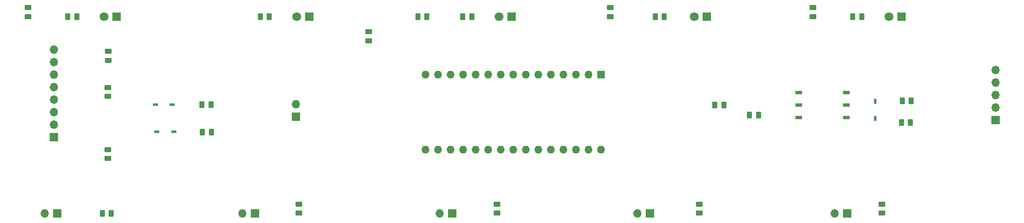
<source format=gts>
%TF.GenerationSoftware,KiCad,Pcbnew,(6.0.0-0)*%
%TF.CreationDate,2024-09-02T12:42:36-04:00*%
%TF.ProjectId,HappySwitchV3,48617070-7953-4776-9974-636856332e6b,rev?*%
%TF.SameCoordinates,Original*%
%TF.FileFunction,Soldermask,Top*%
%TF.FilePolarity,Negative*%
%FSLAX46Y46*%
G04 Gerber Fmt 4.6, Leading zero omitted, Abs format (unit mm)*
G04 Created by KiCad (PCBNEW (6.0.0-0)) date 2024-09-02 12:42:36*
%MOMM*%
%LPD*%
G01*
G04 APERTURE LIST*
G04 Aperture macros list*
%AMRoundRect*
0 Rectangle with rounded corners*
0 $1 Rounding radius*
0 $2 $3 $4 $5 $6 $7 $8 $9 X,Y pos of 4 corners*
0 Add a 4 corners polygon primitive as box body*
4,1,4,$2,$3,$4,$5,$6,$7,$8,$9,$2,$3,0*
0 Add four circle primitives for the rounded corners*
1,1,$1+$1,$2,$3*
1,1,$1+$1,$4,$5*
1,1,$1+$1,$6,$7*
1,1,$1+$1,$8,$9*
0 Add four rect primitives between the rounded corners*
20,1,$1+$1,$2,$3,$4,$5,0*
20,1,$1+$1,$4,$5,$6,$7,0*
20,1,$1+$1,$6,$7,$8,$9,0*
20,1,$1+$1,$8,$9,$2,$3,0*%
G04 Aperture macros list end*
%ADD10R,1.700000X1.700000*%
%ADD11O,1.700000X1.700000*%
%ADD12R,1.600000X1.600000*%
%ADD13O,1.600000X1.600000*%
%ADD14R,1.800000X1.800000*%
%ADD15C,1.800000*%
%ADD16RoundRect,0.250000X0.450000X-0.262500X0.450000X0.262500X-0.450000X0.262500X-0.450000X-0.262500X0*%
%ADD17R,0.600800X1.111200*%
%ADD18R,1.111200X0.600800*%
%ADD19RoundRect,0.250000X-0.262500X-0.450000X0.262500X-0.450000X0.262500X0.450000X-0.262500X0.450000X0*%
%ADD20RoundRect,0.250000X0.262500X0.450000X-0.262500X0.450000X-0.262500X-0.450000X0.262500X-0.450000X0*%
%ADD21RoundRect,0.250000X-0.450000X0.262500X-0.450000X-0.262500X0.450000X-0.262500X0.450000X0.262500X0*%
%ADD22R,1.320800X0.660400*%
G04 APERTURE END LIST*
D10*
%TO.C,REF\u002A\u002A*%
X115325000Y-79350000D03*
D11*
X115325000Y-76810000D03*
%TD*%
D12*
%TO.C,U1*%
X177100000Y-70830000D03*
D13*
X144080000Y-86070000D03*
X174560000Y-70830000D03*
X146620000Y-86070000D03*
X172020000Y-70830000D03*
X149160000Y-86070000D03*
X169480000Y-70830000D03*
X151700000Y-86070000D03*
X166940000Y-70830000D03*
X154240000Y-86070000D03*
X164400000Y-70830000D03*
X156780000Y-86070000D03*
X161860000Y-70830000D03*
X159320000Y-86070000D03*
X159320000Y-70830000D03*
X161860000Y-86070000D03*
X156780000Y-70830000D03*
X164400000Y-86070000D03*
X154240000Y-70830000D03*
X166940000Y-86070000D03*
X151700000Y-70830000D03*
X169480000Y-86070000D03*
X149160000Y-70830000D03*
X172020000Y-86070000D03*
X146620000Y-70830000D03*
X174560000Y-86070000D03*
X144080000Y-70830000D03*
X177100000Y-86070000D03*
X141540000Y-70830000D03*
X141540000Y-86070000D03*
%TD*%
D14*
%TO.C,D2*%
X238000000Y-59000000D03*
D15*
X235460000Y-59000000D03*
%TD*%
D16*
%TO.C,R15*%
X130000000Y-63912500D03*
X130000000Y-62087500D03*
%TD*%
%TO.C,R16*%
X61000000Y-59000000D03*
X61000000Y-57175000D03*
%TD*%
D17*
%TO.C,D1*%
X232675000Y-79675000D03*
X232675000Y-76225000D03*
%TD*%
D16*
%TO.C,R2*%
X179000000Y-59000000D03*
X179000000Y-57175000D03*
%TD*%
D18*
%TO.C,D6*%
X90275000Y-76925000D03*
X86825000Y-76925000D03*
%TD*%
D14*
%TO.C,D7*%
X118000000Y-59000000D03*
D15*
X115460000Y-59000000D03*
%TD*%
D16*
%TO.C,R1*%
X220000000Y-59000000D03*
X220000000Y-57175000D03*
%TD*%
D10*
%TO.C,J2*%
X257000000Y-80000000D03*
D11*
X257000000Y-77460000D03*
X257000000Y-74920000D03*
X257000000Y-72380000D03*
X257000000Y-69840000D03*
%TD*%
D19*
%TO.C,R13*%
X207175000Y-79000000D03*
X209000000Y-79000000D03*
%TD*%
%TO.C,R17*%
X108087500Y-59000000D03*
X109912500Y-59000000D03*
%TD*%
D20*
%TO.C,R25*%
X239962500Y-76100000D03*
X238137500Y-76100000D03*
%TD*%
%TO.C,R3*%
X141825000Y-59000000D03*
X140000000Y-59000000D03*
%TD*%
D21*
%TO.C,R21*%
X156000000Y-97087500D03*
X156000000Y-98912500D03*
%TD*%
D20*
%TO.C,R23*%
X77912500Y-99000000D03*
X76087500Y-99000000D03*
%TD*%
D16*
%TO.C,R10*%
X77225000Y-87825000D03*
X77225000Y-86000000D03*
%TD*%
D10*
%TO.C,SW3*%
X147000000Y-99000000D03*
D11*
X144460000Y-99000000D03*
%TD*%
D14*
%TO.C,D8*%
X79000000Y-59000000D03*
D15*
X76460000Y-59000000D03*
%TD*%
D19*
%TO.C,R9*%
X96350000Y-82500000D03*
X98175000Y-82500000D03*
%TD*%
D10*
%TO.C,SW1*%
X227000000Y-99000000D03*
D11*
X224460000Y-99000000D03*
%TD*%
D10*
%TO.C,SW2*%
X187000000Y-99000000D03*
D11*
X184460000Y-99000000D03*
%TD*%
D14*
%TO.C,D4*%
X159000000Y-59000000D03*
D15*
X156460000Y-59000000D03*
%TD*%
D20*
%TO.C,R7*%
X150912500Y-59000000D03*
X149087500Y-59000000D03*
%TD*%
D14*
%TO.C,D3*%
X198540000Y-59000000D03*
D15*
X196000000Y-59000000D03*
%TD*%
D19*
%TO.C,R8*%
X96262500Y-76925000D03*
X98087500Y-76925000D03*
%TD*%
D18*
%TO.C,D5*%
X90550000Y-82400000D03*
X87100000Y-82400000D03*
%TD*%
D20*
%TO.C,R5*%
X229912500Y-59000000D03*
X228087500Y-59000000D03*
%TD*%
D19*
%TO.C,R4*%
X237962500Y-80525000D03*
X239787500Y-80525000D03*
%TD*%
D22*
%TO.C,Q1*%
X226851400Y-79540000D03*
X226851400Y-77000000D03*
X226851400Y-74460000D03*
X217148600Y-74460000D03*
X217148600Y-77000000D03*
X217148600Y-79540000D03*
%TD*%
D21*
%TO.C,R19*%
X234000000Y-97087500D03*
X234000000Y-98912500D03*
%TD*%
D16*
%TO.C,R11*%
X77225000Y-75200000D03*
X77225000Y-73375000D03*
%TD*%
D21*
%TO.C,R20*%
X197000000Y-97087500D03*
X197000000Y-98912500D03*
%TD*%
%TO.C,R22*%
X115912500Y-97087500D03*
X115912500Y-98912500D03*
%TD*%
D19*
%TO.C,R18*%
X69087500Y-59000000D03*
X70912500Y-59000000D03*
%TD*%
D10*
%TO.C,SW4*%
X107000000Y-99000000D03*
D11*
X104460000Y-99000000D03*
%TD*%
D10*
%TO.C,SW5*%
X67000000Y-99000000D03*
D11*
X64460000Y-99000000D03*
%TD*%
D20*
%TO.C,R6*%
X189912500Y-59000000D03*
X188087500Y-59000000D03*
%TD*%
D16*
%TO.C,R12*%
X77250000Y-67912500D03*
X77250000Y-66087500D03*
%TD*%
D19*
%TO.C,R14*%
X200175000Y-77000000D03*
X202000000Y-77000000D03*
%TD*%
D10*
%TO.C,J1*%
X66250000Y-83475000D03*
D11*
X66250000Y-80935000D03*
X66250000Y-78395000D03*
X66250000Y-75855000D03*
X66250000Y-73315000D03*
X66250000Y-70775000D03*
X66250000Y-68235000D03*
X66250000Y-65695000D03*
%TD*%
M02*

</source>
